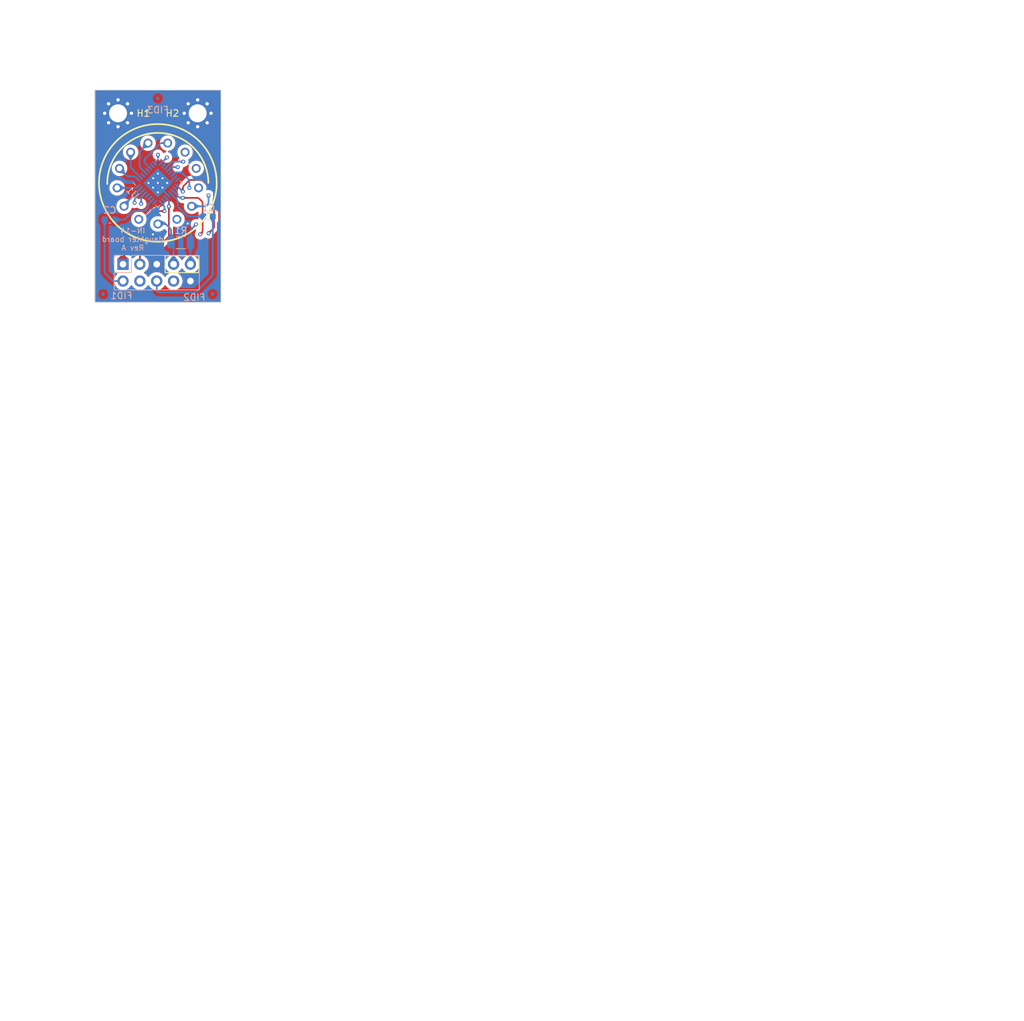
<source format=kicad_pcb>
(kicad_pcb (version 20221018) (generator pcbnew)
  (title_block (title "IN-14 daughter board") (rev "A"))
  (layers (0 "F.Cu" signal) (1 "In1.Cu" signal) (2 "In2.Cu" signal) (31 "B.Cu" signal) (34 "B.Paste" user) (35 "F.Paste" user) (36 "B.SilkS" user "B.Silkscreen") (37 "F.SilkS" user "F.Silkscreen") (38 "B.Mask" user) (39 "F.Mask" user) (44 "Edge.Cuts" user))
  (net 0 "")
  (net 1 "+3.3V")
  (net 2 "/DIN")
  (net 3 "GND")
  (net 4 "VPP")
  (net 5 "+5V")
  (net 6 "/DOUT")
  (net 7 "/N_1")
  (net 8 "/N_2")
  (net 9 "/N_3")
  (net 10 "/N_4")
  (net 11 "/N_5")
  (net 12 "/N_6")
  (net 13 "/N_7")
  (net 14 "/N_8")
  (net 15 "/N_9")
  (net 16 "/N_0")
  (net 17 "/N_LHDP")
  (net 18 "/N_RHDP")
  (net 19 "/ANODE")
  (net 31 "/VDD")
  (net 32 "/VBIAS")
  (net 33 "/CLK")
  (net 34 "/~{LE}")
  (footprint "MountingHole:MountingHole_2.7mm_M2.5_Pad_Via" (layer "F.Cu") (at 47.25 35.25)
    (fp_text reference "H2" (at -3.81 0) (layer "F.SilkS"))
    (fp_text value "MountingHole_Pad")
    (pad "1" thru_hole circle (at -2.025 0) (size 0.8 0.8) (drill 0.5) (layers "*.Cu" "*.Mask") (net 3 "GND"))
    (pad "1" thru_hole circle (at -1.431891 -1.431891) (size 0.8 0.8) (drill 0.5) (layers "*.Cu" "*.Mask") (net 3 "GND"))
    (pad "1" thru_hole circle (at -1.431891 1.431891) (size 0.8 0.8) (drill 0.5) (layers "*.Cu" "*.Mask") (net 3 "GND"))
    (pad "1" thru_hole circle (at 0 -2.025) (size 0.8 0.8) (drill 0.5) (layers "*.Cu" "*.Mask") (net 3 "GND"))
    (pad "1" thru_hole circle (at 0 0) (size 5.4 5.4) (drill 2.7) (layers "*.Cu" "*.Mask") (net 3 "GND"))
    (pad "1" thru_hole circle (at 0 2.025) (size 0.8 0.8) (drill 0.5) (layers "*.Cu" "*.Mask") (net 3 "GND"))
    (pad "1" thru_hole circle (at 1.431891 -1.431891) (size 0.8 0.8) (drill 0.5) (layers "*.Cu" "*.Mask") (net 3 "GND"))
    (pad "1" thru_hole circle (at 1.431891 1.431891) (size 0.8 0.8) (drill 0.5) (layers "*.Cu" "*.Mask") (net 3 "GND"))
    (pad "1" thru_hole circle (at 2.025 0) (size 0.8 0.8) (drill 0.5) (layers "*.Cu" "*.Mask") (net 3 "GND"))
  )
  (footprint "Symbol:Symbol_Highvoltage_Type1_CopperTop_Small" (layer "F.Cu") (at 48.25 57.7215)
    (fp_text reference "REF**" hide)
    (fp_text value "Symbol_Highvoltage_Type1_CopperTop_Small")
  )
  (footprint "00_lib:nixies-us-IN-14" (layer "F.Cu") (at 41.25 45.75)
    (fp_text reference "N1" hide)
    (fp_text value "IN-14" hide)
    (fp_arc (start -7.62 0.15748) (mid -0.07874 -7.54126) (end 7.62 0) (stroke (width 0.254)) (layer "F.SilkS"))
    (fp_circle (center 0 0) (end 0 -8.87222) (stroke (width 0.254)) (fill none) (layer "F.SilkS"))
    (pad "0" thru_hole circle (at -5.0927 3.51536) (size 1.3462 1.3462) (drill 0.8382) (layers "*.Cu" "*.Mask") (net 16 "/N_0"))
    (pad "1" thru_hole circle (at 5.0927 3.51536) (size 1.3462 1.3462) (drill 0.8382) (layers "*.Cu" "*.Mask") (net 7 "/N_1"))
    (pad "2" thru_hole circle (at 6.14426 0.74422) (size 1.3462 1.3462) (drill 0.8382) (layers "*.Cu" "*.Mask") (net 8 "/N_2"))
    (pad "3" thru_hole circle (at 5.78612 -2.19456) (size 1.3462 1.3462) (drill 0.8382) (layers "*.Cu" "*.Mask") (net 9 "/N_3"))
    (pad "4" thru_hole circle (at 4.10464 -4.63296) (size 1.3462 1.3462) (drill 0.8382) (layers "*.Cu" "*.Mask") (net 10 "/N_4"))
    (pad "5" thru_hole circle (at 1.48082 -6.00964) (size 1.3462 1.3462) (drill 0.8382) (layers "*.Cu" "*.Mask") (net 11 "/N_5"))
    (pad "6" thru_hole circle (at -1.48082 -6.00964) (size 1.3462 1.3462) (drill 0.8382) (layers "*.Cu" "*.Mask") (net 12 "/N_6"))
    (pad "7" thru_hole circle (at -4.10464 -4.63296) (size 1.3462 1.3462) (drill 0.8382) (layers "*.Cu" "*.Mask") (net 13 "/N_7"))
    (pad "8" thru_hole circle (at -5.78612 -2.19456) (size 1.3462 1.3462) (drill 0.8382) (layers "*.Cu" "*.Mask") (net 14 "/N_8"))
    (pad "9" thru_hole circle (at -6.14426 0.74422) (size 1.3462 1.3462) (drill 0.8382) (layers "*.Cu" "*.Mask") (net 15 "/N_9"))
    (pad "A" thru_hole circle (at 0 6.18744) (size 1.3462 1.3462) (drill 0.8382) (layers "*.Cu" "*.Mask") (net 19 "/ANODE"))
    (pad "LHDP" thru_hole circle (at 2.87528 5.47878) (size 1.3462 1.3462) (drill 0.8382) (layers "*.Cu" "*.Mask") (net 17 "/N_LHDP"))
    (pad "RHDP" thru_hole circle (at -2.87528 5.47878) (size 1.3462 1.3462) (drill 0.8382) (layers "*.Cu" "*.Mask") (net 18 "/N_RHDP"))
  )
  (footprint "MountingHole:MountingHole_2.7mm_M2.5_Pad_Via" (layer "F.Cu") (at 35.25 35.25)
    (fp_text reference "H1" (at 3.81 0) (layer "F.SilkS"))
    (fp_text value "MountingHole_Pad")
    (pad "1" thru_hole circle (at -2.025 0) (size 0.8 0.8) (drill 0.5) (layers "*.Cu" "*.Mask") (net 3 "GND"))
    (pad "1" thru_hole circle (at -1.431891 -1.431891) (size 0.8 0.8) (drill 0.5) (layers "*.Cu" "*.Mask") (net 3 "GND"))
    (pad "1" thru_hole circle (at -1.431891 1.431891) (size 0.8 0.8) (drill 0.5) (layers "*.Cu" "*.Mask") (net 3 "GND"))
    (pad "1" thru_hole circle (at 0 -2.025) (size 0.8 0.8) (drill 0.5) (layers "*.Cu" "*.Mask") (net 3 "GND"))
    (pad "1" thru_hole circle (at 0 0) (size 5.4 5.4) (drill 2.7) (layers "*.Cu" "*.Mask") (net 3 "GND"))
    (pad "1" thru_hole circle (at 0 2.025) (size 0.8 0.8) (drill 0.5) (layers "*.Cu" "*.Mask") (net 3 "GND"))
    (pad "1" thru_hole circle (at 1.431891 -1.431891) (size 0.8 0.8) (drill 0.5) (layers "*.Cu" "*.Mask") (net 3 "GND"))
    (pad "1" thru_hole circle (at 1.431891 1.431891) (size 0.8 0.8) (drill 0.5) (layers "*.Cu" "*.Mask") (net 3 "GND"))
    (pad "1" thru_hole circle (at 2.025 0) (size 0.8 0.8) (drill 0.5) (layers "*.Cu" "*.Mask") (net 3 "GND"))
  )
  (footprint "Capacitor_SMD:C_0603_1608Metric" (layer "B.Cu") (at 34 51.295 180)
    (fp_text reference "C2" (at 0 1.43) (layer "B.SilkS") (effects (justify mirror)))
    (fp_text value "0.1u")
    (fp_line (start -0.14058 -0.51) (end 0.14058 -0.51) (stroke (width 0.12)) (layer "B.SilkS"))
    (fp_line (start -0.14058 0.51) (end 0.14058 0.51) (stroke (width 0.12)) (layer "B.SilkS"))
    (pad "1" smd roundrect (at -0.775 0 180) (size 0.9 0.95) (layers "B.Cu" "B.Paste" "B.Mask") (net 32 "/VBIAS"))
    (pad "2" smd roundrect (at 0.775 0 180) (size 0.9 0.95) (layers "B.Cu" "B.Paste" "B.Mask") (net 5 "+5V"))
  )
  (footprint "Fiducial:Fiducial_0.5mm_Mask1.5mm" (layer "B.Cu") (at 41.25 33 180)
    (fp_text reference "FID3" (at 0 -1.75) (layer "B.SilkS") (effects (justify mirror)))
    (fp_text value "Fiducial")
    (pad "" smd circle (at 0 0 180) (size 0.5 0.5) (layers "B.Cu" "B.Mask") (clearance 0.5))
  )
  (footprint "Resistor_SMD:R_1206_3216Metric" (layer "B.Cu") (at 44.7125 54.75 180)
    (fp_text reference "R1" (at 0 1.82) (layer "B.SilkS") (effects (justify mirror)))
    (fp_text value "27k")
    (fp_line (start -0.727064 -0.91) (end 0.727064 -0.91) (stroke (width 0.12)) (layer "B.SilkS"))
    (fp_line (start -0.727064 0.91) (end 0.727064 0.91) (stroke (width 0.12)) (layer "B.SilkS"))
    (pad "1" smd roundrect (at -1.4625 0 180) (size 1.125 1.75) (layers "B.Cu" "B.Paste" "B.Mask") (roundrect_rratio 0.2222222222) (net 4 "VPP"))
    (pad "2" smd roundrect (at 1.4625 0 180) (size 1.125 1.75) (layers "B.Cu" "B.Paste" "B.Mask") (roundrect_rratio 0.2222222222) (net 19 "/ANODE"))
  )
  (footprint "Capacitor_SMD:C_0603_1608Metric" (layer "B.Cu") (at 48.895 50.8)
    (fp_text reference "C1" (at 0 -1.27) (layer "B.SilkS") (effects (justify mirror)))
    (fp_text value "0.1u")
    (fp_line (start -0.14058 -0.51) (end 0.14058 -0.51) (stroke (width 0.12)) (layer "B.SilkS"))
    (fp_line (start -0.14058 0.51) (end 0.14058 0.51) (stroke (width 0.12)) (layer "B.SilkS"))
    (pad "1" smd roundrect (at -0.775 0) (size 0.9 0.95) (layers "B.Cu" "B.Paste" "B.Mask") (net 31 "/VDD"))
    (pad "2" smd roundrect (at 0.635 0) (size 0.9 0.95) (layers "B.Cu" "B.Paste" "B.Mask") (net 1 "+3.3V"))
  )
  (footprint "Fiducial:Fiducial_0.5mm_Mask1.5mm" (layer "B.Cu") (at 33 62.5 180)
    (fp_text reference "FID1" (at -2.75 -0.25) (layer "B.SilkS") (effects (justify mirror)))
    (fp_text value "Fiducial")
    (pad "" smd circle (at 0 0 180) (size 0.5 0.5) (layers "B.Cu" "B.Mask") (clearance 0.5))
  )
  (footprint "Connector_PinHeader_2.54mm:PinHeader_2x05_P2.54mm_Vertical" (layer "B.Cu") (at 36 58 -90)
    (fp_text reference "J1" hide)
    (fp_text value "Conn_02x05_Odd_Even")
    (fp_line (start -1.33 -11.49) (end 3.87 -11.49) (stroke (width 0.12)) (layer "B.SilkS"))
    (fp_line (start -1.33 -1.27) (end -1.33 -11.49) (stroke (width 0.12)) (layer "B.SilkS"))
    (fp_line (start -1.33 -1.27) (end 1.27 -1.27) (stroke (width 0.12)) (layer "B.SilkS"))
    (fp_line (start -1.33 0) (end -1.33 1.33) (stroke (width 0.12)) (layer "B.SilkS"))
    (fp_line (start -1.33 1.33) (end 0 1.33) (stroke (width 0.12)) (layer "B.SilkS"))
    (fp_line (start 1.27 -1.27) (end 1.27 1.33) (stroke (width 0.12)) (layer "B.SilkS"))
    (fp_line (start 1.27 1.33) (end 3.87 1.33) (stroke (width 0.12)) (layer "B.SilkS"))
    (fp_line (start 3.87 1.33) (end 3.87 -11.49) (stroke (width 0.12)) (layer "B.SilkS"))
    (pad "1" thru_hole rect (at 0 0 270) (size 1.7 1.7) (drill 1) (layers "*.Cu" "*.Mask") (net 6 "/DOUT"))
    (pad "2" thru_hole oval (at 2.54 0 270) (size 1.7 1.7) (drill 1) (layers "*.Cu" "*.Mask") (net 5 "+5V"))
    (pad "3" thru_hole oval (at 0 -2.54 270) (size 1.7 1.7) (drill 1) (layers "*.Cu" "*.Mask") (net 34 "/~{LE}"))
    (pad "4" thru_hole oval (at 2.54 -2.54 270) (size 1.7 1.7) (drill 1) (layers "*.Cu" "*.Mask") (net 2 "/DIN"))
    (pad "5" thru_hole oval (at 0 -5.08 270) (size 1.7 1.7) (drill 1) (layers "*.Cu" "*.Mask") (net 3 "GND"))
    (pad "6" thru_hole oval (at 2.54 -5.08 270) (size 1.7 1.7) (drill 1) (layers "*.Cu" "*.Mask") (net 1 "+3.3V"))
    (pad "7" thru_hole oval (at 0 -7.62 270) (size 1.7 1.7) (drill 1) (layers "*.Cu" "*.Mask") (net 19 "/ANODE"))
    (pad "8" thru_hole oval (at 2.54 -7.62 270) (size 1.7 1.7) (drill 1) (layers "*.Cu" "*.Mask") (net 33 "/CLK"))
    (pad "9" thru_hole oval (at 0 -10.16 270) (size 1.7 1.7) (drill 1) (layers "*.Cu" "*.Mask") (net 4 "VPP"))
    (pad "10" thru_hole oval (at 2.54 -10.16 270) (size 1.7 1.7) (drill 1) (layers "*.Cu" "*.Mask") (net 3 "GND"))
  )
  (footprint "Package_DFN_QFN:QFN-32-1EP_5x5mm_P0.5mm_EP3.1x3.1mm_ThermalVias" (layer "B.Cu") (at 41.25 45.75 -45)
    (fp_text reference "U1" (at -1.661701 3.733524 135) (layer "B.SilkS") (effects (justify mirror)))
    (fp_text value "HV509K6-G")
    (fp_line (start -2.61 -2.61) (end -2.61 -2.135) (stroke (width 0.12)) (layer "B.SilkS"))
    (fp_line (start -2.135 -2.61) (end -2.61 -2.61) (stroke (width 0.12)) (layer "B.SilkS"))
    (fp_line (start -2.135 2.61) (end -2.61 2.61) (stroke (width 0.12)) (layer "B.SilkS"))
    (fp_line (start 2.135 -2.61) (end 2.61 -2.61) (stroke (width 0.12)) (layer "B.SilkS"))
    (fp_line (start 2.135 2.61) (end 2.61 2.61) (stroke (width 0.12)) (layer "B.SilkS"))
    (fp_line (start 2.61 -2.61) (end 2.61 -2.135) (stroke (width 0.12)) (layer "B.SilkS"))
    (fp_line (start 2.61 2.61) (end 2.61 2.135) (stroke (width 0.12)) (layer "B.SilkS"))
    (pad "1" smd roundrect (at -2.4375 1.75 315) (size 0.875 0.25) (layers "B.Cu" "B.Paste" "B.Mask") (net 14 "/N_8"))
    (pad "2" smd roundrect (at -2.4375 1.25 315) (size 0.875 0.25) (layers "B.Cu" "B.Paste" "B.Mask") (net 13 "/N_7"))
    (pad "3" smd roundrect (at -2.4375 0.75 315) (size 0.875 0.25) (layers "B.Cu" "B.Paste" "B.Mask"))
    (pad "4" smd roundrect (at -2.4375 0.25 315) (size 0.875 0.25) (layers "B.Cu" "B.Paste" "B.Mask") (net 12 "/N_6"))
    (pad "5" smd roundrect (at -2.4375 -0.25 315) (size 0.875 0.25) (layers "B.Cu" "B.Paste" "B.Mask"))
    (pad "6" smd roundrect (at -2.4375 -0.75 315) (size 0.875 0.25) (layers "B.Cu" "B.Paste" "B.Mask") (net 11 "/N_5"))
    (pad "7" smd roundrect (at -2.4375 -1.25 315) (size 0.875 0.25) (layers "B.Cu" "B.Paste" "B.Mask"))
    (pad "8" smd roundrect (at -2.4375 -1.75 315) (size 0.875 0.25) (layers "B.Cu" "B.Paste" "B.Mask") (net 10 "/N_4"))
    (pad "9" smd roundrect (at -1.75 -2.4375 315) (size 0.25 0.875) (layers "B.Cu" "B.Paste" "B.Mask") (net 9 "/N_3"))
    (pad "10" smd roundrect (at -1.25 -2.4375 315) (size 0.25 0.875) (layers "B.Cu" "B.Paste" "B.Mask"))
    (pad "11" smd roundrect (at -0.75 -2.4375 315) (size 0.25 0.875) (layers "B.Cu" "B.Paste" "B.Mask") (net 8 "/N_2"))
    (pad "12" smd roundrect (at -0.25 -2.4375 315) (size 0.25 0.875) (layers "B.Cu" "B.Paste" "B.Mask") (net 7 "/N_1"))
    (pad "13" smd roundrect (at 0.25 -2.4375 315) (size 0.25 0.875) (layers "B.Cu" "B.Paste" "B.Mask"))
    (pad "14" smd roundrect (at 0.75 -2.4375 315) (size 0.25 0.875) (layers "B.Cu" "B.Paste" "B.Mask") (net 4 "VPP"))
    (pad "15" smd roundrect (at 1.25 -2.4375 315) (size 0.25 0.875) (layers "B.Cu" "B.Paste" "B.Mask") (net 3 "GND"))
    (pad "16" smd roundrect (at 1.75 -2.4375 315) (size 0.25 0.875) (layers "B.Cu" "B.Paste" "B.Mask"))
    (pad "17" smd roundrect (at 2.4375 -1.75 315) (size 0.875 0.25) (layers "B.Cu" "B.Paste" "B.Mask") (net 2 "/DIN"))
    (pad "18" smd roundrect (at 2.4375 -1.25 315) (size 0.875 0.25) (layers "B.Cu" "B.Paste" "B.Mask"))
    (pad "19" smd roundrect (at 2.4375 -0.75 315) (size 0.875 0.25) (layers "B.Cu" "B.Paste" "B.Mask") (net 33 "/CLK"))
    (pad "20" smd roundrect (at 2.4375 -0.25 315) (size 0.875 0.25) (layers "B.Cu" "B.Paste" "B.Mask") (net 31 "/VDD"))
    (pad "21" smd roundrect (at 2.4375 0.25 315) (size 0.875 0.25) (layers "B.Cu" "B.Paste" "B.Mask") (net 3 "GND"))
    (pad "22" smd roundrect (at 2.4375 0.75 315) (size 0.875 0.25) (layers "B.Cu" "B.Paste" "B.Mask") (net 34 "/~{LE}"))
    (pad "23" smd roundrect (at 2.4375 1.25 315) (size 0.875 0.25) (layers "B.Cu" "B.Paste" "B.Mask"))
    (pad "24" smd roundrect (at 2.4375 1.75 315) (size 0.875 0.25) (layers "B.Cu" "B.Paste" "B.Mask") (net 6 "/DOUT"))
    (pad "25" smd roundrect (at 1.75 2.4375 315) (size 0.25 0.875) (layers "B.Cu" "B.Paste" "B.Mask"))
    (pad "26" smd roundrect (at 1.25 2.4375 315) (size 0.25 0.875) (layers "B.Cu" "B.Paste" "B.Mask") (net 32 "/VBIAS"))
    (pad "27" smd roundrect (at 0.75 2.4375 315) (size 0.25 0.875) (layers "B.Cu" "B.Paste" "B.Mask"))
    (pad "28" smd roundrect (at 0.25 2.4375 315) (size 0.25 0.875) (layers "B.Cu" "B.Paste" "B.Mask"))
    (pad "29" smd roundrect (at -0.25 2.4375 315) (size 0.25 0.875) (layers "B.Cu" "B.Paste" "B.Mask") (net 17 "/N_LHDP"))
    (pad "30" smd roundrect (at -0.75 2.4375 315) (size 0.25 0.875) (layers "B.Cu" "B.Paste" "B.Mask") (net 18 "/N_RHDP"))
    (pad "31" smd roundrect (at -1.25 2.4375 315) (size 0.25 0.875) (layers "B.Cu" "B.Paste" "B.Mask") (net 16 "/N_0"))
    (pad "32" smd roundrect (at -1.75 2.4375 315) (size 0.25 0.875) (layers "B.Cu" "B.Paste" "B.Mask") (net 15 "/N_9"))
    (pad "33" thru_hole circle (at -1 -1 315) (size 0.75 0.75) (drill 0.3) (layers "*.Cu") (net 3 "GND"))
    (pad "33" thru_hole circle (at -1 0 315) (size 0.75 0.75) (drill 0.3) (layers "*.Cu") (net 3 "GND"))
    (pad "33" thru_hole circle (at -1 1 315) (size 0.75 0.75) (drill 0.3) (layers "*.Cu") (net 3 "GND"))
    (pad "33" thru_hole circle (at 0 -1 315) (size 0.75 0.75) (drill 0.3) (layers "*.Cu") (net 3 "GND"))
    (pad "33" thru_hole circle (at 0 0 315) (size 0.75 0.75) (drill 0.3) (layers "*.Cu") (net 3 "GND"))
    (pad "33" smd rect (at 0 0 315) (size 2.5 2.5) (layers "F.Cu") (net 3 "GND"))
    (pad "33" smd rect (at 0 0 315) (size 3.1 3.1) (layers "B.Cu" "B.Mask") (net 3 "GND"))
    (pad "33" thru_hole circle (at 0 1 315) (size 0.75 0.75) (drill 0.3) (layers "*.Cu") (net 3 "GND"))
    (pad "33" thru_hole circle (at 1 -1 315) (size 0.75 0.75) (drill 0.3) (layers "*.Cu") (net 3 "GND"))
    (pad "33" thru_hole circle (at 1 0 315) (size 0.75 0.75) (drill 0.3) (layers "*.Cu") (net 3 "GND"))
    (pad "33" thru_hole circle (at 1 1 315) (size 0.75 0.75) (drill 0.3) (layers "*.Cu") (net 3 "GND"))
  )
  (footprint "Fiducial:Fiducial_0.5mm_Mask1.5mm" (layer "B.Cu") (at 49.5 62.5 180)
    (fp_text reference "FID2" (at 2.75 -0.5) (layer "B.SilkS") (effects (justify mirror)))
    (fp_text value "Fiducial")
    (pad "" smd circle (at 0 0 180) (size 0.5 0.5) (layers "B.Cu" "B.Mask") (clearance 0.5))
  )
  (gr_rect (start 42.35 56.73) (end 47.43 59.27) (stroke (width 0.15)) (fill none) (layer "F.SilkS"))
  (gr_rect (start 31.75 31.75) (end 50.75 63.75) (stroke (width 0.1)) (fill none) (layer "Edge.Cuts"))
  (gr_text "IN-14\ndaughter board\nRev A" (at 37.465 56) (layer "B.SilkS") (effects (font (size 0.8 0.8) (thickness 0.125)) (justify bottom mirror)))
  (segment (start 41.378553 62.23) (end 46.782893 62.23) (width 0.25) (layer "B.Cu") (net 1))
  (segment (start 41.153224 62.108224) (end 41.201777 62.156777) (width 0.25) (layer "B.Cu") (net 1))
  (segment (start 41.08 60.54) (end 41.08 61.931447) (width 0.25) (layer "B.Cu") (net 1))
  (segment (start 47.136447 62.083553) (end 49.383554 59.836446) (width 0.25) (layer "B.Cu") (net 1))
  (segment (start 49.53 59.482893) (end 49.53 50.8) (width 0.25) (layer "B.Cu") (net 1))
  (arc (start 41.08 61.931447) (mid 41.09903 62.027118) (end 41.153224 62.108224) (width 0.25) (layer "B.Cu") (net 1))
  (arc (start 46.782893 62.23) (mid 46.974235 62.191937) (end 47.136447 62.083553) (width 0.25) (layer "B.Cu") (net 1))
  (arc (start 41.378553 62.23) (mid 41.282882 62.21097) (end 41.201777 62.156777) (width 0.25) (layer "B.Cu") (net 1))
  (arc (start 49.383554 59.836446) (mid 49.49194 59.674234) (end 49.53 59.482893) (width 0.25) (layer "B.Cu") (net 1))
  (segment (start 49.573553 46.979143) (end 48.036976 45.442566) (width 0.25) (layer "F.Cu") (net 2))
  (segment (start 45.0255 46.51488) (end 45.0255 47.050626) (width 0.25) (layer "F.Cu") (net 2))
  (segment (start 47.683423 45.29612) (end 46.24426 45.29612) (width 0.25) (layer "F.Cu") (net 2))
  (segment (start 48.895 53.34) (end 49.573554 52.661446) (width 0.25) (layer "F.Cu") (net 2))
  (segment (start 49.72 52.307893) (end 49.72 47.332697) (width 0.25) (layer "F.Cu") (net 2))
  (segment (start 45.890706 45.442567) (end 45.171946 46.161327) (width 0.25) (layer "F.Cu") (net 2))
  (via (at 48.895 53.34) (size 0.6) (drill 0.3) (layers "F.Cu" "B.Cu") (net 2))
  (via (at 45.0255 47.050626) (size 0.6) (drill 0.3) (layers "F.Cu" "B.Cu") (net 2))
  (arc (start 48.036976 45.442566) (mid 47.874764 45.33418) (end 47.683423 45.29612) (width 0.25) (layer "F.Cu") (net 2))
  (arc (start 49.573553 46.979143) (mid 49.68194 47.141355) (end 49.72 47.332697) (width 0.25) (layer "F.Cu") (net 2))
  (arc (start 49.72 52.307893) (mid 49.68194 52.499234) (end 49.573554 52.661446) (width 0.25) (layer "F.Cu") (net 2))
  (arc (start 45.0255 46.51488) (mid 45.06356 46.323539) (end 45.171946 46.161327) (width 0.25) (layer "F.Cu") (net 2))
  (arc (start 46.24426 45.29612) (mid 46.052918 45.33418) (end 45.890706 45.442567) (width 0.25) (layer "F.Cu") (net 2))
  (segment (start 45.0255 47.050626) (end 44.21101 46.236136) (width 0.25) (layer "B.Cu") (net 2))
  (via (at 40.5 53.5) (size 0.6) (drill 0.3) (layers "F.Cu" "B.Cu") (net 3))
  (via (at 45.740027 51.87495) (size 0.6) (drill 0.3) (layers "F.Cu" "B.Cu") (net 3))
  (segment (start 43.857456 44.910311) (end 43.164213 45.603554) (width 0.25) (layer "B.Cu") (net 3))
  (segment (start 41.957107 46.603553) (end 41.957107 46.457107) (width 0.25) (layer "B.Cu") (net 3))
  (segment (start 42.81066 45.75) (end 42.664214 45.75) (width 0.25) (layer "B.Cu") (net 3))
  (segment (start 42.796796 47.650349) (end 42.103553 46.957106) (width 0.25) (layer "B.Cu") (net 3))
  (arc (start 43.164213 45.603554) (mid 43.002001 45.71194) (end 42.81066 45.75) (width 0.25) (layer "B.Cu") (net 3))
  (arc (start 41.957107 46.603553) (mid 41.995167 46.794894) (end 42.103553 46.957106) (width 0.25) (layer "B.Cu") (net 3))
  (via (at 47 52) (size 0.6) (drill 0.3) (layers "F.Cu" "B.Cu") (net 4))
  (via (at 46 46.5) (size 0.6) (drill 0.3) (layers "F.Cu" "B.Cu") (net 4))
  (segment (start 46.321447 52.678553) (end 47 52) (width 0.25) (layer "B.Cu") (net 4))
  (segment (start 46 46.5) (end 46 45.533503) (width 0.25) (layer "B.Cu") (net 4))
  (segment (start 46.175 54.75) (end 46.175 53.032107) (width 0.25) (layer "B.Cu") (net 4))
  (segment (start 45.930327 45.272178) (end 44.893599 44.23545) (width 0.25) (layer "B.Cu") (net 4))
  (segment (start 43.503903 44.556757) (end 43.825211 44.23545) (width 0.25) (layer "B.Cu") (net 4))
  (segment (start 46.16 58) (end 46.16 54.765) (width 0.25) (layer "B.Cu") (net 4))
  (segment (start 44.716823 44.162227) (end 44.001987 44.162227) (width 0.25) (layer "B.Cu") (net 4))
  (arc (start 46 45.533503) (mid 45.98127 45.398673) (end 45.930327 45.272178) (width 0.25) (layer "B.Cu") (net 4))
  (arc (start 44.001987 44.162227) (mid 43.906316 44.181257) (end 43.825211 44.23545) (width 0.25) (layer "B.Cu") (net 4))
  (arc (start 46.175 53.032107) (mid 46.21306 52.840765) (end 46.321447 52.678553) (width 0.25) (layer "B.Cu") (net 4))
  (arc (start 44.893599 44.23545) (mid 44.812493 44.181257) (end 44.716823 44.162227) (width 0.25) (layer "B.Cu") (net 4))
  (segment (start 33.225 51.295) (end 33.225 59.052893) (width 0.25) (layer "B.Cu") (net 5))
  (segment (start 34.712107 60.54) (end 36 60.54) (width 0.25) (layer "B.Cu") (net 5))
  (segment (start 33.371447 59.406447) (end 34.358554 60.393554) (width 0.25) (layer "B.Cu") (net 5))
  (arc (start 34.712107 60.54) (mid 34.520766 60.50194) (end 34.358554 60.393554) (width 0.25) (layer "B.Cu") (net 5))
  (arc (start 33.225 59.052893) (mid 33.26306 59.244235) (end 33.371447 59.406447) (width 0.25) (layer "B.Cu") (net 5))
  (segment (start 39.878 52.164893) (end 39.878 51.166107) (width 0.25) (layer "F.Cu") (net 6))
  (segment (start 40.024447 50.812553) (end 40.690554 50.146446) (width 0.25) (layer "F.Cu") (net 6))
  (segment (start 41.044107 50) (end 42.238679 50) (width 0.25) (layer "F.Cu") (net 6))
  (segment (start 36.146447 56.103553) (end 39.731554 52.518446) (width 0.25) (layer "F.Cu") (net 6))
  (segment (start 36 58) (end 36 56.457107) (width 0.25) (layer "F.Cu") (net 6))
  (via (at 42.238679 50) (size 0.6) (drill 0.3) (layers "F.Cu" "B.Cu") (net 6))
  (arc (start 39.731554 52.518446) (mid 39.83994 52.356234) (end 39.878 52.164893) (width 0.25) (layer "F.Cu") (net 6))
  (arc (start 40.690554 50.146446) (mid 40.852766 50.03806) (end 41.044107 50) (width 0.25) (layer "F.Cu") (net 6))
  (arc (start 39.878 51.166107) (mid 39.91606 50.974765) (end 40.024447 50.812553) (width 0.25) (layer "F.Cu") (net 6))
  (arc (start 36 56.457107) (mid 36.03806 56.265765) (end 36.146447 56.103553) (width 0.25) (layer "F.Cu") (net 6))
  (segment (start 42.092232 49.067106) (end 41.736136 48.71101) (width 0.25) (layer "B.Cu") (net 6))
  (segment (start 42.238679 50) (end 42.238679 49.42066) (width 0.25) (layer "B.Cu") (net 6))
  (arc (start 42.238679 49.42066) (mid 42.200619 49.229318) (end 42.092232 49.067106) (width 0.25) (layer "B.Cu") (net 6))
  (via (at 48.895 47.625) (size 0.6) (drill 0.3) (layers "F.Cu" "B.Cu") (net 7))
  (via (at 44.2575 43.3725) (size 0.6) (drill 0.3) (layers "F.Cu" "B.Cu") (net 7))
  (segment (start 48.317533 49.26536) (end 46.3427 49.26536) (width 0.25) (layer "B.Cu") (net 7))
  (segment (start 48.895 47.625) (end 48.895 48.687893) (width 0.25) (layer "B.Cu") (net 7))
  (segment (start 43.1275 43.518947) (end 42.796796 43.849651) (width 0.25) (layer "B.Cu") (net 7))
  (segment (start 48.748553 49.041447) (end 48.671086 49.118914) (width 0.25) (layer "B.Cu") (net 7))
  (segment (start 44.2575 43.3725) (end 43.481054 43.3725) (width 0.25) (layer "B.Cu") (net 7))
  (arc (start 43.481054 43.3725) (mid 43.289712 43.41056) (end 43.1275 43.518947) (width 0.25) (layer "B.Cu") (net 7))
  (arc (start 48.895 48.687893) (mid 48.85694 48.879235) (end 48.748553 49.041447) (width 0.25) (layer "B.Cu") (net 7))
  (arc (start 48.317533 49.26536) (mid 48.508874 49.2273) (end 48.671086 49.118914) (width 0.25) (layer "B.Cu") (net 7))
  (via (at 45.085 42.545) (size 0.6) (drill 0.3) (layers "F.Cu" "B.Cu") (net 8))
  (segment (start 43.247893 42.691447) (end 42.443243 43.496097) (width 0.25) (layer "B.Cu") (net 8))
  (segment (start 45.085 42.545) (end 43.601447 42.545) (width 0.25) (layer "B.Cu") (net 8))
  (arc (start 43.601447 42.545) (mid 43.410105 42.58306) (end 43.247893 42.691447) (width 0.25) (layer "B.Cu") (net 8))
  (via (at 42.615126 41.91) (size 0.6) (drill 0.3) (layers "F.Cu" "B.Cu") (net 9))
  (segment (start 42.615126 41.91) (end 41.736136 42.78899) (width 0.25) (layer "B.Cu") (net 9))
  (via (at 41.275 41.5) (size 0.6) (drill 0.3) (layers "F.Cu" "B.Cu") (net 10))
  (segment (start 41.27339 41.50161) (end 41.27339 42.13636) (width 0.25) (layer "B.Cu") (net 10))
  (segment (start 41.128553 42.424301) (end 40.763864 42.78899) (width 0.25) (layer "B.Cu") (net 10))
  (segment (start 41.275 41.5) (end 41.27339 41.50161) (width 0.25) (layer "B.Cu") (net 10))
  (arc (start 41.27339 42.13636) (mid 41.223449 42.291895) (end 41.128553 42.424301) (width 0.25) (layer "B.Cu") (net 10))
  (segment (start 39.396447 42.018553) (end 41.528194 39.886806) (width 0.25) (layer "B.Cu") (net 11))
  (segment (start 39.25 42.482233) (end 39.25 42.372107) (width 0.25) (layer "B.Cu") (net 11))
  (segment (start 41.881747 39.74036) (end 42.73082 39.74036) (width 0.25) (layer "B.Cu") (net 11))
  (segment (start 40.056757 43.496097) (end 39.396446 42.835786) (width 0.25) (layer "B.Cu") (net 11))
  (arc (start 39.25 42.372107) (mid 39.28806 42.180765) (end 39.396447 42.018553) (width 0.25) (layer "B.Cu") (net 11))
  (arc (start 39.25 42.482233) (mid 39.28806 42.673574) (end 39.396446 42.835786) (width 0.25) (layer "B.Cu") (net 11))
  (arc (start 41.528194 39.886806) (mid 41.690406 39.77842) (end 41.881747 39.74036) (width 0.25) (layer "B.Cu") (net 11))
  (segment (start 39.349651 44.203204) (end 38.651446 43.504999) (width 0.25) (layer "B.Cu") (net 12))
  (segment (start 38.651447 40.858093) (end 39.76918 39.74036) (width 0.25) (layer "B.Cu") (net 12))
  (segment (start 38.505 43.151446) (end 38.505 41.211647) (width 0.25) (layer "B.Cu") (net 12))
  (arc (start 38.505 41.211647) (mid 38.54306 41.020305) (end 38.651447 40.858093) (width 0.25) (layer "B.Cu") (net 12))
  (arc (start 38.505 43.151446) (mid 38.54306 43.342787) (end 38.651446 43.504999) (width 0.25) (layer "B.Cu") (net 12))
  (segment (start 37.14536 43.20602) (end 37.14536 41.11704) (width 0.25) (layer "B.Cu") (net 13))
  (segment (start 38.642544 44.910311) (end 37.291806 43.559573) (width 0.25) (layer "B.Cu") (net 13))
  (arc (start 37.14536 43.20602) (mid 37.18342 43.397361) (end 37.291806 43.559573) (width 0.25) (layer "B.Cu") (net 13))
  (segment (start 37.568019 44.75) (end 36.865547 44.75) (width 0.25) (layer "B.Cu") (net 14))
  (segment (start 36.511993 44.603553) (end 35.46388 43.55544) (width 0.25) (layer "B.Cu") (net 14))
  (segment (start 38.28899 45.263864) (end 37.921572 44.896446) (width 0.25) (layer "B.Cu") (net 14))
  (arc (start 37.568019 44.75) (mid 37.75936 44.78806) (end 37.921572 44.896446) (width 0.25) (layer "B.Cu") (net 14))
  (arc (start 36.511993 44.603553) (mid 36.674205 44.71194) (end 36.865547 44.75) (width 0.25) (layer "B.Cu") (net 14))
  (segment (start 35.11152 46.5) (end 35.10574 46.49422) (width 0.25) (layer "B.Cu") (net 15))
  (segment (start 38.025126 46.5) (end 35.11152 46.5) (width 0.25) (layer "B.Cu") (net 15))
  (segment (start 38.28899 46.236136) (end 38.025126 46.5) (width 0.25) (layer "B.Cu") (net 15))
  (segment (start 36.1573 49.074933) (end 36.1573 49.26536) (width 0.25) (layer "B.Cu") (net 16))
  (segment (start 38.642544 46.589689) (end 36.1573 49.074933) (width 0.25) (layer "B.Cu") (net 16))
  (via (at 38.735 48.895) (size 0.6) (drill 0.3) (layers "F.Cu" "B.Cu") (net 17))
  (segment (start 38.881447 47.765) (end 39.349651 47.296796) (width 0.25) (layer "B.Cu") (net 17))
  (segment (start 38.735 48.895) (end 38.735 48.118554) (width 0.25) (layer "B.Cu") (net 17))
  (arc (start 38.881447 47.765) (mid 38.77306 47.927212) (end 38.735 48.118554) (width 0.25) (layer "B.Cu") (net 17))
  (via (at 37.746154 48.749434) (size 0.6) (drill 0.3) (layers "F.Cu" "B.Cu") (net 18))
  (segment (start 37.746154 48.400293) (end 37.746154 48.749434) (width 0.25) (layer "B.Cu") (net 18))
  (segment (start 38.996097 46.943243) (end 37.8926 48.04674) (width 0.25) (layer "B.Cu") (net 18))
  (arc (start 37.8926 48.04674) (mid 37.784214 48.208952) (end 37.746154 48.400293) (width 0.25) (layer "B.Cu") (net 18))
  (segment (start 43.473553 54.973553) (end 43.25 54.75) (width 0.25) (layer "B.Cu") (net 19))
  (segment (start 43.62 58) (end 43.62 55.327107) (width 0.25) (layer "B.Cu") (net 19))
  (segment (start 42.583887 52.083887) (end 43.103554 52.603554) (width 0.25) (layer "B.Cu") (net 19))
  (segment (start 41.25 51.93744) (end 42.230333 51.93744) (width 0.25) (layer "B.Cu") (net 19))
  (segment (start 43.25 52.957107) (end 43.25 54.75) (width 0.25) (layer "B.Cu") (net 19))
  (arc (start 42.583887 52.083887) (mid 42.421675 51.9755) (end 42.230333 51.93744) (width 0.25) (layer "B.Cu") (net 19))
  (arc (start 43.103554 52.603554) (mid 43.21194 52.765766) (end 43.25 52.957107) (width 0.25) (layer "B.Cu") (net 19))
  (arc (start 43.473553 54.973553) (mid 43.58194 55.135765) (end 43.62 55.327107) (width 0.25) (layer "B.Cu") (net 19))
  (segment (start 44.25 49.122893) (end 44.25 48.603554) (width 0.25) (layer "B.Cu") (net 31))
  (segment (start 45.573553 50.653553) (end 44.396446 49.476446) (width 0.25) (layer "B.Cu") (net 31))
  (segment (start 48.12 50.8) (end 45.927107 50.8) (width 0.25) (layer "B.Cu") (net 31))
  (segment (start 44.103553 48.25) (end 43.150349 47.296796) (width 0.25) (layer "B.Cu") (net 31))
  (arc (start 45.573553 50.653553) (mid 45.735765 50.76194) (end 45.927107 50.8) (width 0.25) (layer "B.Cu") (net 31))
  (arc (start 44.25 49.122893) (mid 44.28806 49.314234) (end 44.396446 49.476446) (width 0.25) (layer "B.Cu") (net 31))
  (arc (start 44.25 48.603554) (mid 44.21194 48.412212) (end 44.103553 48.25) (width 0.25) (layer "B.Cu") (net 31))
  (segment (start 39.75 49.224874) (end 39.75 49.292893) (width 0.25) (layer "B.Cu") (net 32))
  (segment (start 39.042893 50) (end 37.707107 50) (width 0.25) (layer "B.Cu") (net 32))
  (segment (start 37.353553 50.146447) (end 36.351446 51.148554) (width 0.25) (layer "B.Cu") (net 32))
  (segment (start 39.603553 49.646447) (end 39.396446 49.853554) (width 0.25) (layer "B.Cu") (net 32))
  (segment (start 40.410311 48.357456) (end 39.896446 48.871321) (width 0.25) (layer "B.Cu") (net 32))
  (segment (start 35.997893 51.295) (end 34.775 51.295) (width 0.25) (layer "B.Cu") (net 32))
  (arc (start 36.351446 51.148554) (mid 36.189234 51.25694) (end 35.997893 51.295) (width 0.25) (layer "B.Cu") (net 32))
  (arc (start 39.042893 50) (mid 39.234234 49.96194) (end 39.396446 49.853554) (width 0.25) (layer "B.Cu") (net 32))
  (arc (start 37.707107 50) (mid 37.515765 50.03806) (end 37.353553 50.146447) (width 0.25) (layer "B.Cu") (net 32))
  (arc (start 39.75 49.224874) (mid 39.78806 49.033533) (end 39.896446 48.871321) (width 0.25) (layer "B.Cu") (net 32))
  (arc (start 39.75 49.292893) (mid 39.71194 49.484235) (end 39.603553 49.646447) (width 0.25) (layer "B.Cu") (net 32))
  (segment (start 47.625 53.5) (end 47.853554 53.271446) (width 0.25) (layer "F.Cu") (net 33))
  (segment (start 48 52.917893) (end 48 48.842107) (width 0.25) (layer "F.Cu") (net 33))
  (segment (start 47.853553 48.488553) (end 47.511446 48.146446) (width 0.25) (layer "F.Cu") (net 33))
  (segment (start 47.157893 48) (end 45 48) (width 0.25) (layer "F.Cu") (net 33))
  (via (at 47.625 53.5) (size 0.6) (drill 0.3) (layers "F.Cu" "B.Cu") (net 33))
  (via (at 45 48) (size 0.6) (drill 0.3) (layers "F.Cu" "B.Cu") (net 33))
  (arc (start 48 48.842107) (mid 47.96194 48.650765) (end 47.853553 48.488553) (width 0.25) (layer "F.Cu") (net 33))
  (arc (start 47.511446 48.146446) (mid 47.349234 48.03806) (end 47.157893 48) (width 0.25) (layer "F.Cu") (net 33))
  (arc (start 47.853554 53.271446) (mid 47.96194 53.109234) (end 48 52.917893) (width 0.25) (layer "F.Cu") (net 33))
  (segment (start 45 48) (end 44.767767 48) (width 0.25) (layer "B.Cu") (net 33))
  (segment (start 44.414213 47.853553) (end 43.503903 46.943243) (width 0.25) (layer "B.Cu") (net 33))
  (arc (start 44.414213 47.853553) (mid 44.576425 47.96194) (end 44.767767 48) (width 0.25) (layer "B.Cu") (net 33))
  (segment (start 40.542893 56) (end 39.457107 56) (width 0.25) (layer "F.Cu") (net 34))
  (segment (start 38.54 56.917107) (end 38.54 58) (width 0.25) (layer "F.Cu") (net 34))
  (segment (start 39.103553 56.146447) (end 38.686446 56.563554) (width 0.25) (layer "F.Cu") (net 34))
  (segment (start 42.769278 53.980722) (end 40.896446 55.853554) (width 0.25) (layer "F.Cu") (net 34))
  (segment (start 42.915725 49.286533) (end 42.915725 53.627168) (width 0.25) (layer "F.Cu") (net 34))
  (via (at 42.915725 49.286533) (size 0.6) (drill 0.3) (layers "F.Cu" "B.Cu") (net 34))
  (arc (start 38.686446 56.563554) (mid 38.57806 56.725766) (end 38.54 56.917107) (width 0.25) (layer "F.Cu") (net 34))
  (arc (start 39.103553 56.146447) (mid 39.265765 56.03806) (end 39.457107 56) (width 0.25) (layer "F.Cu") (net 34))
  (arc (start 42.769278 53.980722) (mid 42.877665 53.81851) (end 42.915725 53.627168) (width 0.25) (layer "F.Cu") (net 34))
  (arc (start 40.896446 55.853554) (mid 40.734234 55.96194) (end 40.542893 56) (width 0.25) (layer "F.Cu") (net 34))
  (segment (start 42.769278 48.329938) (end 42.443243 48.003903) (width 0.25) (layer "B.Cu") (net 34))
  (segment (start 42.915725 49.286533) (end 42.915725 48.683492) (width 0.25) (layer "B.Cu") (net 34))
  (arc (start 42.769278 48.329938) (mid 42.877665 48.49215) (end 42.915725 48.683492) (width 0.25) (layer "B.Cu") (net 34))
  (zone (net 3) (net_name "GND") (layers "F.Cu" "In1.Cu" "In2.Cu" "B.Cu") (connect_pads yes (clearance 0.5)) (min_thickness 0.25) (fill yes (thermal_gap 0.5) (thermal_bridge_width 0.5))
    (polygon (pts (xy 31.75 31.75) (xy 50.75 31.75) (xy 50.75 63.75) (xy 31.75 63.75)))
  )
)
</source>
